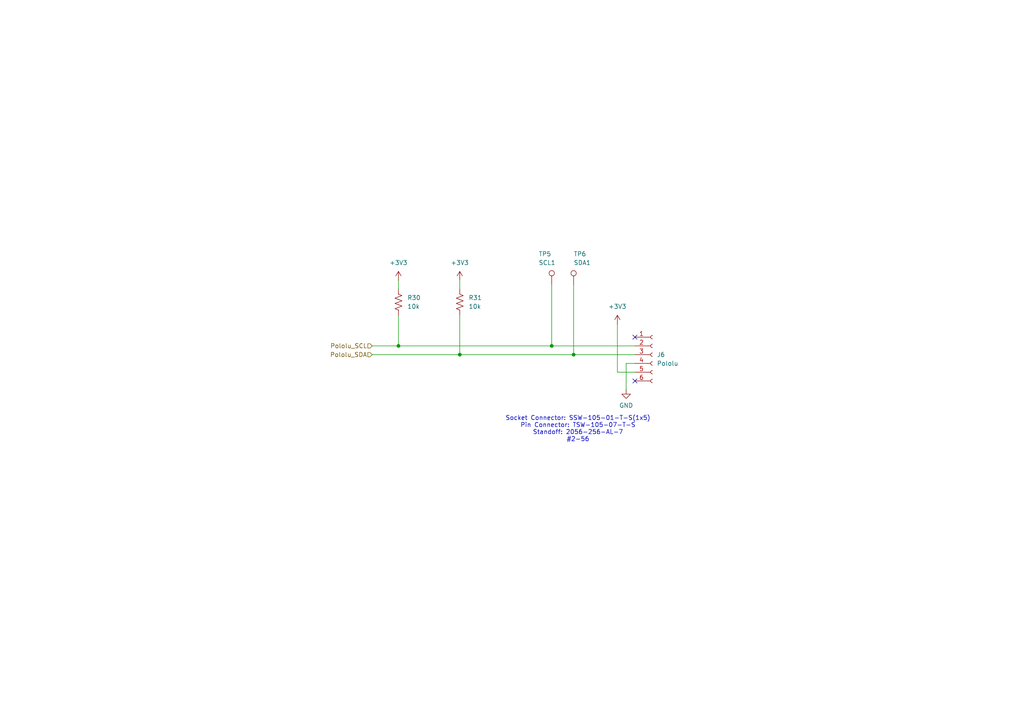
<source format=kicad_sch>
(kicad_sch (version 20231120) (generator "eeschema") (generator_version "8.0")
  (paper "A4")
  (title_block (title "SRAD Altimeter") (date "2025-02-20") (company "Waterloo Rocketry") (comment 1 "Designer: Ash Lang"))
  (lib_symbols
    (symbol "Connector:Conn_01x06_Socket" (pin_names (offset 1.016) hide)
      (property "Reference" "J" (at 0 7.62 0))
      (property "Value" "Conn_01x06_Socket" (at 0 -10.16 0))
      (symbol "Conn_01x06_Socket_1_1"
        (arc (start 0 -7.112) (mid -0.5058 -7.62) (end 0 -8.128) (stroke (width 0.1524)))
        (arc (start 0 -4.572) (mid -0.5058 -5.08) (end 0 -5.588) (stroke (width 0.1524)))
        (arc (start 0 -2.032) (mid -0.5058 -2.54) (end 0 -3.048) (stroke (width 0.1524)))
        (polyline (pts (xy -1.27 -7.62) (xy -0.508 -7.62)) (stroke (width 0.1524)))
        (polyline (pts (xy -1.27 -5.08) (xy -0.508 -5.08)) (stroke (width 0.1524)))
        (polyline (pts (xy -1.27 -2.54) (xy -0.508 -2.54)) (stroke (width 0.1524)))
        (polyline (pts (xy -1.27 0) (xy -0.508 0)) (stroke (width 0.1524)))
        (polyline (pts (xy -1.27 2.54) (xy -0.508 2.54)) (stroke (width 0.1524)))
        (polyline (pts (xy -1.27 5.08) (xy -0.508 5.08)) (stroke (width 0.1524)))
        (arc (start 0 0.508) (mid -0.5058 0) (end 0 -0.508) (stroke (width 0.1524)))
        (arc (start 0 3.048) (mid -0.5058 2.54) (end 0 2.032) (stroke (width 0.1524)))
        (arc (start 0 5.588) (mid -0.5058 5.08) (end 0 4.572) (stroke (width 0.1524)))
        (pin passive line (at -5.08 5.08 0) (length 3.81) (name "Pin_1") (number "1"))
        (pin passive line (at -5.08 2.54 0) (length 3.81) (name "Pin_2") (number "2"))
        (pin passive line (at -5.08 0 0) (length 3.81) (name "Pin_3") (number "3"))
        (pin passive line (at -5.08 -2.54 0) (length 3.81) (name "Pin_4") (number "4"))
        (pin passive line (at -5.08 -5.08 0) (length 3.81) (name "Pin_5") (number "5"))
        (pin passive line (at -5.08 -7.62 0) (length 3.81) (name "Pin_6") (number "6"))
      )
    )
    (symbol "Connector:TestPoint" (pin_numbers hide) (pin_names (offset 0.762) hide)
      (property "Reference" "TP" (at 0 6.858 0))
      (property "Value" "TestPoint" (at 0 5.08 0))
      (symbol "TestPoint_0_1"
        (circle (center 0 3.302) (radius 0.762))
      )
      (symbol "TestPoint_1_1"
        (pin passive line (at 0 0 90) (length 2.54) (name "1") (number "1"))
      )
    )
    (symbol "Device:R_US" (pin_numbers hide) (pin_names (offset 0))
      (property "Reference" "R" (at 2.54 0 90))
      (property "Value" "R_US" (at -2.54 0 90))
      (symbol "R_US_0_1"
        (polyline (pts (xy 0 -2.286) (xy 0 -2.54)))
        (polyline (pts (xy 0 2.286) (xy 0 2.54)))
        (polyline (pts (xy 0 -0.762) (xy 1.016 -1.143) (xy 0 -1.524) (xy -1.016 -1.905) (xy 0 -2.286)))
        (polyline (pts (xy 0 0.762) (xy 1.016 0.381) (xy 0 0) (xy -1.016 -0.381) (xy 0 -0.762)))
        (polyline (pts (xy 0 2.286) (xy 1.016 1.905) (xy 0 1.524) (xy -1.016 1.143) (xy 0 0.762)))
      )
      (symbol "R_US_1_1"
        (pin passive line (at 0 3.81 270) (length 1.27) (name "~") (number "1"))
        (pin passive line (at 0 -3.81 90) (length 1.27) (name "~") (number "2"))
      )
    )
    (symbol "power:+3V3" (power) (pin_numbers hide) (pin_names (offset 0) hide)
      (property "Value" "+3V3" (at 0 3.556 0))
      (symbol "+3V3_0_1"
        (polyline (pts (xy -0.762 1.27) (xy 0 2.54)))
        (polyline (pts (xy 0 0) (xy 0 2.54)))
        (polyline (pts (xy 0 2.54) (xy 0.762 1.27)))
      )
      (symbol "+3V3_1_1"
        (pin power_in line (at 0 0 90) (length 0) (name "~") (number "1"))
      )
    )
    (symbol "power:GND" (power) (pin_numbers hide) (pin_names (offset 0) hide)
      (property "Value" "GND" (at 0 -3.81 0))
      (symbol "GND_0_1"
        (polyline (pts (xy 0 0) (xy 0 -1.27) (xy 1.27 -1.27) (xy 0 -2.54) (xy -1.27 -1.27) (xy 0 -1.27)))
      )
      (symbol "GND_1_1"
        (pin power_in line (at 0 0 270) (length 0) (name "~") (number "1"))
      )
    )
  )
  (junction (at 115.57 100.33))
  (junction (at 166.37 102.87))
  (junction (at 160.02 100.33))
  (junction (at 133.35 102.87))
  (no_connect (at 184.15 110.49))
  (no_connect (at 184.15 97.79))
  (wire (pts (xy 184.15 105.41) (xy 181.61 105.41)))
  (wire (pts (xy 166.37 82.55) (xy 166.37 102.87)))
  (wire (pts (xy 179.07 107.95) (xy 184.15 107.95)))
  (wire (pts (xy 133.35 81.28) (xy 133.35 83.82)))
  (wire (pts (xy 179.07 93.98) (xy 179.07 107.95)))
  (wire (pts (xy 133.35 91.44) (xy 133.35 102.87)))
  (wire (pts (xy 107.95 102.87) (xy 133.35 102.87)))
  (wire (pts (xy 115.57 100.33) (xy 160.02 100.33)))
  (wire (pts (xy 133.35 102.87) (xy 166.37 102.87)))
  (wire (pts (xy 115.57 81.28) (xy 115.57 83.82)))
  (wire (pts (xy 166.37 102.87) (xy 184.15 102.87)))
  (wire (pts (xy 160.02 82.55) (xy 160.02 100.33)))
  (wire (pts (xy 181.61 105.41) (xy 181.61 113.03)))
  (wire (pts (xy 160.02 100.33) (xy 184.15 100.33)))
  (wire (pts (xy 115.57 91.44) (xy 115.57 100.33)))
  (wire (pts (xy 107.95 100.33) (xy 115.57 100.33)))
  (text "Socket Connector: SSW-105-01-T-S(1x5)\nPin Connector: TSW-105-07-T-S\nStandoff: 2056-256-AL-7\n#2-56" (at 167.64 124.46 0) (effects (font (size 1.27 1.27))))
  (hierarchical_label "Pololu_SDA" (shape input) (at 107.95 102.87 180))
  (hierarchical_label "Pololu_SCL" (shape input) (at 107.95 100.33 180))
  (symbol (lib_id "power:+3V3") (at 115.57 81.28 0) (unit 1)
    (property "Reference" "#PWR073" (effects (hide yes)))
    (property "Value" "+3V3" (at 115.57 76.2 0))
  )
  (symbol (lib_id "power:+3V3") (at 133.35 81.28 0) (unit 1)
    (property "Reference" "#PWR074" (effects (hide yes)))
    (property "Value" "+3V3" (at 133.35 76.2 0))
  )
  (symbol (lib_id "Connector:TestPoint") (at 166.37 82.55 0) (unit 1)
    (property "Reference" "TP6" (at 166.37 73.66 0) (effects (justify left)))
    (property "Value" "SDA1" (at 166.37 76.2 0) (effects (justify left)))
    (property "Footprint" "TestPoint:TestPoint_Keystone_5000-5004_Miniature" (effects (hide yes)))
    (property "Description" "test point" (effects (hide yes)))
  )
  (symbol (lib_id "Device:R_US") (at 115.57 87.63 0) (unit 1)
    (property "Reference" "R30" (at 118.11 86.3599 0) (effects (justify left)))
    (property "Value" "10k" (at 118.11 88.8999 0) (effects (justify left)))
    (property "Footprint" "Resistor_SMD:R_0805_2012Metric_Pad1.20x1.40mm_HandSolder" (effects (hide yes)))
  )
  (symbol (lib_id "power:+3V3") (at 179.07 93.98 0) (unit 1)
    (property "Reference" "#PWR075" (effects (hide yes)))
    (property "Value" "+3V3" (at 179.07 88.9 0))
  )
  (symbol (lib_id "power:GND") (at 181.61 113.03 0) (unit 1)
    (property "Reference" "#PWR076" (effects (hide yes)))
    (property "Value" "GND" (at 181.61 117.602 0))
  )
  (symbol (lib_id "Connector:Conn_01x06_Socket") (at 189.23 102.87 0) (unit 1)
    (property "Reference" "J6" (at 190.5 102.8699 0) (effects (justify left)))
    (property "Value" "Pololu" (at 190.5 105.4099 0) (effects (justify left)))
    (property "Footprint" "altimeter:PololuAltIMUv6" (effects (hide yes)))
    (property "Description" "Generic connector, single row, 01x06, script generated" (effects (hide yes)))
  )
  (symbol (lib_id "Device:R_US") (at 133.35 87.63 0) (unit 1)
    (property "Reference" "R31" (at 135.89 86.3599 0) (effects (justify left)))
    (property "Value" "10k" (at 135.89 88.8999 0) (effects (justify left)))
    (property "Footprint" "Resistor_SMD:R_0805_2012Metric_Pad1.20x1.40mm_HandSolder" (effects (hide yes)))
  )
  (symbol (lib_id "Connector:TestPoint") (at 160.02 82.55 0) (unit 1)
    (property "Reference" "TP5" (at 156.21 73.66 0) (effects (justify left)))
    (property "Value" "SCL1" (at 156.21 76.2 0) (effects (justify left)))
    (property "Footprint" "TestPoint:TestPoint_Keystone_5000-5004_Miniature" (effects (hide yes)))
    (property "Description" "test point" (effects (hide yes)))
  )
)
</source>
